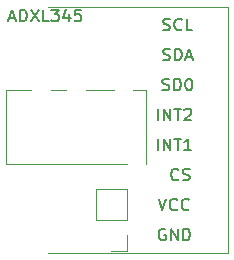
<source format=gbr>
G04 #@! TF.GenerationSoftware,KiCad,Pcbnew,(5.1.5)-3*
G04 #@! TF.CreationDate,2020-12-21T13:09:17+01:00*
G04 #@! TF.ProjectId,epimetheus_adxl345,6570696d-6574-4686-9575-735f6164786c,rev?*
G04 #@! TF.SameCoordinates,Original*
G04 #@! TF.FileFunction,Legend,Top*
G04 #@! TF.FilePolarity,Positive*
%FSLAX46Y46*%
G04 Gerber Fmt 4.6, Leading zero omitted, Abs format (unit mm)*
G04 Created by KiCad (PCBNEW (5.1.5)-3) date 2020-12-21 13:09:17*
%MOMM*%
%LPD*%
G04 APERTURE LIST*
%ADD10C,0.150000*%
%ADD11C,0.120000*%
G04 APERTURE END LIST*
D10*
X162306380Y-21756666D02*
X162782571Y-21756666D01*
X162211142Y-22042380D02*
X162544476Y-21042380D01*
X162877809Y-22042380D01*
X163211142Y-22042380D02*
X163211142Y-21042380D01*
X163449238Y-21042380D01*
X163592095Y-21090000D01*
X163687333Y-21185238D01*
X163734952Y-21280476D01*
X163782571Y-21470952D01*
X163782571Y-21613809D01*
X163734952Y-21804285D01*
X163687333Y-21899523D01*
X163592095Y-21994761D01*
X163449238Y-22042380D01*
X163211142Y-22042380D01*
X164115904Y-21042380D02*
X164782571Y-22042380D01*
X164782571Y-21042380D02*
X164115904Y-22042380D01*
X165639714Y-22042380D02*
X165163523Y-22042380D01*
X165163523Y-21042380D01*
X165877809Y-21042380D02*
X166496857Y-21042380D01*
X166163523Y-21423333D01*
X166306380Y-21423333D01*
X166401619Y-21470952D01*
X166449238Y-21518571D01*
X166496857Y-21613809D01*
X166496857Y-21851904D01*
X166449238Y-21947142D01*
X166401619Y-21994761D01*
X166306380Y-22042380D01*
X166020666Y-22042380D01*
X165925428Y-21994761D01*
X165877809Y-21947142D01*
X167354000Y-21375714D02*
X167354000Y-22042380D01*
X167115904Y-20994761D02*
X166877809Y-21709047D01*
X167496857Y-21709047D01*
X168354000Y-21042380D02*
X167877809Y-21042380D01*
X167830190Y-21518571D01*
X167877809Y-21470952D01*
X167973047Y-21423333D01*
X168211142Y-21423333D01*
X168306380Y-21470952D01*
X168354000Y-21518571D01*
X168401619Y-21613809D01*
X168401619Y-21851904D01*
X168354000Y-21947142D01*
X168306380Y-21994761D01*
X168211142Y-22042380D01*
X167973047Y-22042380D01*
X167877809Y-21994761D01*
X167830190Y-21947142D01*
D11*
X180848000Y-20828000D02*
X180848000Y-41656000D01*
X165608000Y-20828000D02*
X180848000Y-20828000D01*
X180848000Y-41656000D02*
X165608000Y-41656000D01*
X172272000Y-41462000D02*
X170942000Y-41462000D01*
X172272000Y-40132000D02*
X172272000Y-41462000D01*
X172272000Y-38862000D02*
X169612000Y-38862000D01*
X169612000Y-38862000D02*
X169612000Y-36262000D01*
X172272000Y-38862000D02*
X172272000Y-36262000D01*
X172272000Y-36262000D02*
X169612000Y-36262000D01*
X162052000Y-27888000D02*
X162052000Y-34088000D01*
X173873000Y-34088000D02*
X173873000Y-27888000D01*
X162052000Y-27888000D02*
X164148000Y-27888000D01*
X165798000Y-27888000D02*
X167148000Y-27888000D01*
X168798000Y-27888000D02*
X171198000Y-27888000D01*
X172748000Y-27888000D02*
X173873000Y-27888000D01*
X172298000Y-34088000D02*
X162052000Y-34088000D01*
D10*
X175339523Y-22756761D02*
X175482380Y-22804380D01*
X175720476Y-22804380D01*
X175815714Y-22756761D01*
X175863333Y-22709142D01*
X175910952Y-22613904D01*
X175910952Y-22518666D01*
X175863333Y-22423428D01*
X175815714Y-22375809D01*
X175720476Y-22328190D01*
X175530000Y-22280571D01*
X175434761Y-22232952D01*
X175387142Y-22185333D01*
X175339523Y-22090095D01*
X175339523Y-21994857D01*
X175387142Y-21899619D01*
X175434761Y-21852000D01*
X175530000Y-21804380D01*
X175768095Y-21804380D01*
X175910952Y-21852000D01*
X176910952Y-22709142D02*
X176863333Y-22756761D01*
X176720476Y-22804380D01*
X176625238Y-22804380D01*
X176482380Y-22756761D01*
X176387142Y-22661523D01*
X176339523Y-22566285D01*
X176291904Y-22375809D01*
X176291904Y-22232952D01*
X176339523Y-22042476D01*
X176387142Y-21947238D01*
X176482380Y-21852000D01*
X176625238Y-21804380D01*
X176720476Y-21804380D01*
X176863333Y-21852000D01*
X176910952Y-21899619D01*
X177815714Y-22804380D02*
X177339523Y-22804380D01*
X177339523Y-21804380D01*
X175315714Y-25296761D02*
X175458571Y-25344380D01*
X175696666Y-25344380D01*
X175791904Y-25296761D01*
X175839523Y-25249142D01*
X175887142Y-25153904D01*
X175887142Y-25058666D01*
X175839523Y-24963428D01*
X175791904Y-24915809D01*
X175696666Y-24868190D01*
X175506190Y-24820571D01*
X175410952Y-24772952D01*
X175363333Y-24725333D01*
X175315714Y-24630095D01*
X175315714Y-24534857D01*
X175363333Y-24439619D01*
X175410952Y-24392000D01*
X175506190Y-24344380D01*
X175744285Y-24344380D01*
X175887142Y-24392000D01*
X176315714Y-25344380D02*
X176315714Y-24344380D01*
X176553809Y-24344380D01*
X176696666Y-24392000D01*
X176791904Y-24487238D01*
X176839523Y-24582476D01*
X176887142Y-24772952D01*
X176887142Y-24915809D01*
X176839523Y-25106285D01*
X176791904Y-25201523D01*
X176696666Y-25296761D01*
X176553809Y-25344380D01*
X176315714Y-25344380D01*
X177268095Y-25058666D02*
X177744285Y-25058666D01*
X177172857Y-25344380D02*
X177506190Y-24344380D01*
X177839523Y-25344380D01*
X175268095Y-27836761D02*
X175410952Y-27884380D01*
X175649047Y-27884380D01*
X175744285Y-27836761D01*
X175791904Y-27789142D01*
X175839523Y-27693904D01*
X175839523Y-27598666D01*
X175791904Y-27503428D01*
X175744285Y-27455809D01*
X175649047Y-27408190D01*
X175458571Y-27360571D01*
X175363333Y-27312952D01*
X175315714Y-27265333D01*
X175268095Y-27170095D01*
X175268095Y-27074857D01*
X175315714Y-26979619D01*
X175363333Y-26932000D01*
X175458571Y-26884380D01*
X175696666Y-26884380D01*
X175839523Y-26932000D01*
X176268095Y-27884380D02*
X176268095Y-26884380D01*
X176506190Y-26884380D01*
X176649047Y-26932000D01*
X176744285Y-27027238D01*
X176791904Y-27122476D01*
X176839523Y-27312952D01*
X176839523Y-27455809D01*
X176791904Y-27646285D01*
X176744285Y-27741523D01*
X176649047Y-27836761D01*
X176506190Y-27884380D01*
X176268095Y-27884380D01*
X177458571Y-26884380D02*
X177553809Y-26884380D01*
X177649047Y-26932000D01*
X177696666Y-26979619D01*
X177744285Y-27074857D01*
X177791904Y-27265333D01*
X177791904Y-27503428D01*
X177744285Y-27693904D01*
X177696666Y-27789142D01*
X177649047Y-27836761D01*
X177553809Y-27884380D01*
X177458571Y-27884380D01*
X177363333Y-27836761D01*
X177315714Y-27789142D01*
X177268095Y-27693904D01*
X177220476Y-27503428D01*
X177220476Y-27265333D01*
X177268095Y-27074857D01*
X177315714Y-26979619D01*
X177363333Y-26932000D01*
X177458571Y-26884380D01*
X174895047Y-30424380D02*
X174895047Y-29424380D01*
X175371238Y-30424380D02*
X175371238Y-29424380D01*
X175942666Y-30424380D01*
X175942666Y-29424380D01*
X176276000Y-29424380D02*
X176847428Y-29424380D01*
X176561714Y-30424380D02*
X176561714Y-29424380D01*
X177133142Y-29519619D02*
X177180761Y-29472000D01*
X177276000Y-29424380D01*
X177514095Y-29424380D01*
X177609333Y-29472000D01*
X177656952Y-29519619D01*
X177704571Y-29614857D01*
X177704571Y-29710095D01*
X177656952Y-29852952D01*
X177085523Y-30424380D01*
X177704571Y-30424380D01*
X174895047Y-32964380D02*
X174895047Y-31964380D01*
X175371238Y-32964380D02*
X175371238Y-31964380D01*
X175942666Y-32964380D01*
X175942666Y-31964380D01*
X176276000Y-31964380D02*
X176847428Y-31964380D01*
X176561714Y-32964380D02*
X176561714Y-31964380D01*
X177704571Y-32964380D02*
X177133142Y-32964380D01*
X177418857Y-32964380D02*
X177418857Y-31964380D01*
X177323619Y-32107238D01*
X177228380Y-32202476D01*
X177133142Y-32250095D01*
X176617333Y-35409142D02*
X176569714Y-35456761D01*
X176426857Y-35504380D01*
X176331619Y-35504380D01*
X176188761Y-35456761D01*
X176093523Y-35361523D01*
X176045904Y-35266285D01*
X175998285Y-35075809D01*
X175998285Y-34932952D01*
X176045904Y-34742476D01*
X176093523Y-34647238D01*
X176188761Y-34552000D01*
X176331619Y-34504380D01*
X176426857Y-34504380D01*
X176569714Y-34552000D01*
X176617333Y-34599619D01*
X176998285Y-35456761D02*
X177141142Y-35504380D01*
X177379238Y-35504380D01*
X177474476Y-35456761D01*
X177522095Y-35409142D01*
X177569714Y-35313904D01*
X177569714Y-35218666D01*
X177522095Y-35123428D01*
X177474476Y-35075809D01*
X177379238Y-35028190D01*
X177188761Y-34980571D01*
X177093523Y-34932952D01*
X177045904Y-34885333D01*
X176998285Y-34790095D01*
X176998285Y-34694857D01*
X177045904Y-34599619D01*
X177093523Y-34552000D01*
X177188761Y-34504380D01*
X177426857Y-34504380D01*
X177569714Y-34552000D01*
X174942666Y-37044380D02*
X175276000Y-38044380D01*
X175609333Y-37044380D01*
X176514095Y-37949142D02*
X176466476Y-37996761D01*
X176323619Y-38044380D01*
X176228380Y-38044380D01*
X176085523Y-37996761D01*
X175990285Y-37901523D01*
X175942666Y-37806285D01*
X175895047Y-37615809D01*
X175895047Y-37472952D01*
X175942666Y-37282476D01*
X175990285Y-37187238D01*
X176085523Y-37092000D01*
X176228380Y-37044380D01*
X176323619Y-37044380D01*
X176466476Y-37092000D01*
X176514095Y-37139619D01*
X177514095Y-37949142D02*
X177466476Y-37996761D01*
X177323619Y-38044380D01*
X177228380Y-38044380D01*
X177085523Y-37996761D01*
X176990285Y-37901523D01*
X176942666Y-37806285D01*
X176895047Y-37615809D01*
X176895047Y-37472952D01*
X176942666Y-37282476D01*
X176990285Y-37187238D01*
X177085523Y-37092000D01*
X177228380Y-37044380D01*
X177323619Y-37044380D01*
X177466476Y-37092000D01*
X177514095Y-37139619D01*
X175514095Y-39632000D02*
X175418857Y-39584380D01*
X175276000Y-39584380D01*
X175133142Y-39632000D01*
X175037904Y-39727238D01*
X174990285Y-39822476D01*
X174942666Y-40012952D01*
X174942666Y-40155809D01*
X174990285Y-40346285D01*
X175037904Y-40441523D01*
X175133142Y-40536761D01*
X175276000Y-40584380D01*
X175371238Y-40584380D01*
X175514095Y-40536761D01*
X175561714Y-40489142D01*
X175561714Y-40155809D01*
X175371238Y-40155809D01*
X175990285Y-40584380D02*
X175990285Y-39584380D01*
X176561714Y-40584380D01*
X176561714Y-39584380D01*
X177037904Y-40584380D02*
X177037904Y-39584380D01*
X177276000Y-39584380D01*
X177418857Y-39632000D01*
X177514095Y-39727238D01*
X177561714Y-39822476D01*
X177609333Y-40012952D01*
X177609333Y-40155809D01*
X177561714Y-40346285D01*
X177514095Y-40441523D01*
X177418857Y-40536761D01*
X177276000Y-40584380D01*
X177037904Y-40584380D01*
M02*

</source>
